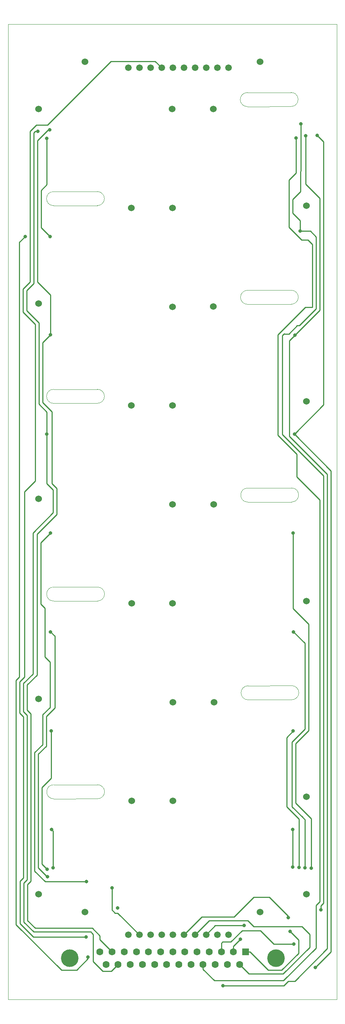
<source format=gbl>
G04 #@! TF.GenerationSoftware,KiCad,Pcbnew,(2017-12-12 revision 8e764f8)-master*
G04 #@! TF.CreationDate,2017-12-14T15:12:02-08:00*
G04 #@! TF.ProjectId,floor_pcb,666C6F6F725F7063622E6B696361645F,rev?*
G04 #@! TF.SameCoordinates,Original*
G04 #@! TF.FileFunction,Copper,L2,Bot,Signal*
G04 #@! TF.FilePolarity,Positive*
%FSLAX46Y46*%
G04 Gerber Fmt 4.6, Leading zero omitted, Abs format (unit mm)*
G04 Created by KiCad (PCBNEW (2017-12-12 revision 8e764f8)-master) date Thu Dec 14 15:12:02 2017*
%MOMM*%
%LPD*%
G01*
G04 APERTURE LIST*
%ADD10C,0.001000*%
%ADD11C,1.524000*%
%ADD12C,4.000000*%
%ADD13C,1.600000*%
%ADD14R,1.600000X1.600000*%
%ADD15C,1.500000*%
%ADD16C,0.800000*%
%ADD17C,0.250000*%
G04 APERTURE END LIST*
D10*
X142115153Y-70245379D02*
G75*
G02X142108633Y-67045385I-3260J1599997D01*
G01*
X152108612Y-67025010D02*
G75*
G02X152115132Y-70225004I3260J-1599997D01*
G01*
X142057908Y-25235283D02*
X152057887Y-25214907D01*
X142051388Y-22035289D02*
X152051367Y-22014914D01*
X142057908Y-25235283D02*
G75*
G02X142051388Y-22035289I-3260J1599997D01*
G01*
X87500000Y-228507200D02*
X87500000Y-6507200D01*
X162500000Y-228507200D02*
X87500000Y-228507200D01*
X162500000Y-6507200D02*
X162500000Y-228507200D01*
X87500000Y-6507200D02*
X162500000Y-6507200D01*
X107891787Y-182789837D02*
X97891788Y-182794898D01*
X107890167Y-179589837D02*
X97890169Y-179594898D01*
X107890167Y-179589837D02*
G75*
G02X107891787Y-182789837I810J-1600000D01*
G01*
X142172397Y-115255474D02*
G75*
G02X142165877Y-112055482I-3260J1599996D01*
G01*
X152165856Y-112035106D02*
G75*
G02X152172376Y-115235100I3260J-1599997D01*
G01*
X142115153Y-70245379D02*
X152115132Y-70225004D01*
X142108633Y-67045385D02*
X152108612Y-67025010D01*
X107848157Y-44572900D02*
X97848158Y-44577961D01*
X107848157Y-44572900D02*
G75*
G02X107849777Y-47772900I810J-1600000D01*
G01*
X97849778Y-47777961D02*
G75*
G02X97848158Y-44577961I-810J1600000D01*
G01*
X142229641Y-160265571D02*
X152229621Y-160245196D01*
X142223121Y-157065578D02*
X152223101Y-157045203D01*
X152051367Y-22014915D02*
G75*
G02X152057887Y-25214907I3260J-1599996D01*
G01*
X142229641Y-160265572D02*
G75*
G02X142223121Y-157065578I-3260J1599997D01*
G01*
X152223101Y-157045204D02*
G75*
G02X152229621Y-160245196I3260J-1599996D01*
G01*
X142172397Y-115255475D02*
X152172376Y-115235100D01*
X142165877Y-112055482D02*
X152165856Y-112035107D01*
X107863780Y-92778545D02*
X97863781Y-92783606D01*
X107862160Y-89578546D02*
X97862162Y-89583607D01*
X107862160Y-89578547D02*
G75*
G02X107863780Y-92778545I810J-1599999D01*
G01*
X97863782Y-92783607D02*
G75*
G02X97862162Y-89583607I-810J1600000D01*
G01*
X107849777Y-47772900D02*
X97849778Y-47777961D01*
X97891787Y-182794898D02*
G75*
G02X97890169Y-179594898I-809J1600000D01*
G01*
X107877783Y-137784191D02*
X97877785Y-137789252D01*
X107876164Y-134584192D02*
X97876165Y-134589253D01*
X107876165Y-134584191D02*
G75*
G02X107877783Y-137784191I809J-1600000D01*
G01*
X97877785Y-137789251D02*
G75*
G02X97876165Y-134589253I-810J1599999D01*
G01*
D11*
X125026007Y-138279492D03*
X125012003Y-93273846D03*
X125025489Y-115794393D03*
X125082733Y-160804489D03*
X124998000Y-48268200D03*
X124968244Y-70784296D03*
X125040010Y-183285137D03*
X124911000Y-25774200D03*
X94400001Y-114542700D03*
X94400001Y-160042701D03*
X94400001Y-204542700D03*
X155600001Y-47792701D03*
X155600001Y-92292700D03*
X155600001Y-137792701D03*
X155600001Y-182292700D03*
X155600001Y-204542700D03*
X94400000Y-25792200D03*
X94400000Y-70043200D03*
X105000000Y-208542700D03*
X145000000Y-208542700D03*
X105000000Y-15007200D03*
X145000000Y-15007200D03*
X115650519Y-138284330D03*
X115636515Y-93278684D03*
X134458203Y-160785479D03*
X115622512Y-48273038D03*
X134343714Y-70765287D03*
X134400959Y-115775383D03*
X115664522Y-183289976D03*
X134286470Y-25755190D03*
D12*
X101500000Y-219072501D03*
X148600000Y-219072501D03*
D13*
X109815000Y-220492501D03*
X112585000Y-220492501D03*
X115355000Y-220492501D03*
X118125000Y-220492501D03*
X120895000Y-220492501D03*
X123665000Y-220492501D03*
X126435000Y-220492501D03*
X129205000Y-220492501D03*
X131975000Y-220492501D03*
X134745000Y-220492501D03*
X137515000Y-220492501D03*
X140285000Y-220492501D03*
X108430000Y-217652501D03*
X111200000Y-217652501D03*
X113970000Y-217652501D03*
X116740000Y-217652501D03*
X119510000Y-217652501D03*
X122280000Y-217652501D03*
X125050000Y-217652501D03*
X127820000Y-217652501D03*
X130590000Y-217652501D03*
X133360000Y-217652501D03*
X136130000Y-217652501D03*
X138900000Y-217652501D03*
D14*
X141670000Y-217652501D03*
D15*
X114890000Y-16385800D03*
X117430000Y-16385800D03*
X119970000Y-16385800D03*
X122510000Y-16385800D03*
X125050000Y-16385800D03*
X127590000Y-16385800D03*
X130130000Y-16385800D03*
X132670000Y-16385800D03*
X135210000Y-16385800D03*
X137750000Y-16385800D03*
X137750000Y-213750000D03*
X135210000Y-213750000D03*
X132670000Y-213750000D03*
X130130000Y-213750000D03*
X127590000Y-213750000D03*
X125050000Y-213750000D03*
X122510000Y-213750000D03*
X119970000Y-213750000D03*
X117430000Y-213750000D03*
X114890000Y-213750000D03*
D16*
X157575496Y-221225496D03*
X152645016Y-215895016D03*
X152830000Y-99780000D03*
X158030000Y-31780000D03*
X136530000Y-225305000D03*
X152930000Y-77280000D03*
X155430000Y-31880000D03*
X154130000Y-53580000D03*
X154305000Y-29180000D03*
X158869040Y-208080000D03*
X153180000Y-32380000D03*
X94230000Y-30880000D03*
X96330000Y-99780000D03*
X97130000Y-77180000D03*
X96984504Y-30534504D03*
X105730000Y-218780000D03*
X91354970Y-54780000D03*
X97030000Y-54780000D03*
X96330000Y-32480000D03*
X105230000Y-214205000D03*
X112430000Y-207680000D03*
X105330000Y-201657104D03*
X97130000Y-122280000D03*
X96451809Y-200500579D03*
X111155000Y-203080000D03*
X97130000Y-144780000D03*
X96404175Y-198862638D03*
X97330000Y-167380000D03*
X97430000Y-189780000D03*
X97761210Y-198518456D03*
X152530000Y-122280000D03*
X156619039Y-198604314D03*
X140511997Y-214761997D03*
X141330000Y-211655000D03*
X152630000Y-144780000D03*
X155223964Y-198486959D03*
X152530000Y-167380000D03*
X153827786Y-198383554D03*
X151830000Y-213005000D03*
X151430000Y-209880000D03*
X152430000Y-189780000D03*
X152428708Y-198332698D03*
D17*
X161180030Y-108130030D02*
X161180030Y-217620962D01*
X161180030Y-217620962D02*
X157575496Y-221225496D01*
X152830000Y-99780000D02*
X161180030Y-108130030D01*
X140903002Y-212780000D02*
X138303002Y-215380000D01*
X152645016Y-215895016D02*
X148145016Y-215895016D01*
X148145016Y-215895016D02*
X145030000Y-212780000D01*
X136430000Y-215380000D02*
X136130000Y-215680000D01*
X145030000Y-212780000D02*
X140903002Y-212780000D01*
X138303002Y-215380000D02*
X136430000Y-215380000D01*
X136130000Y-215680000D02*
X136130000Y-217652501D01*
X158030000Y-31780000D02*
X159480010Y-33230010D01*
X159480010Y-33230010D02*
X159480010Y-93129990D01*
X159480010Y-93129990D02*
X152830000Y-99780000D01*
X150230000Y-225305000D02*
X136530000Y-225305000D01*
X151704999Y-100320001D02*
X160330020Y-108945022D01*
X160330020Y-108945022D02*
X160330020Y-216879980D01*
X150407095Y-225305000D02*
X150230000Y-225305000D01*
X152930000Y-77280000D02*
X151704999Y-78505001D01*
X151704999Y-78505001D02*
X151704999Y-100320001D01*
X160330020Y-216879980D02*
X152930000Y-224280000D01*
X152930000Y-224280000D02*
X151432094Y-224280000D01*
X151432094Y-224280000D02*
X150407094Y-225305000D01*
X150407094Y-225305000D02*
X150230000Y-225305000D01*
X158630000Y-71580000D02*
X152930000Y-77280000D01*
X158630000Y-46080000D02*
X158630000Y-71580000D01*
X155430000Y-42880000D02*
X158630000Y-46080000D01*
X155430000Y-31880000D02*
X155430000Y-42880000D01*
X150430000Y-76980000D02*
X150030000Y-77380000D01*
X150530000Y-76880000D02*
X150430000Y-76980000D01*
X153927906Y-75080000D02*
X153464998Y-75080000D01*
X153464998Y-75080000D02*
X151564998Y-76980000D01*
X151564998Y-76980000D02*
X150430000Y-76980000D01*
X157779990Y-71227916D02*
X153927906Y-75080000D01*
X157779990Y-54880000D02*
X157779990Y-71227916D01*
X156479990Y-53580000D02*
X157779990Y-54880000D01*
X154130000Y-53580000D02*
X156479990Y-53580000D01*
X154230000Y-39980010D02*
X154230000Y-44580000D01*
X154130000Y-51180000D02*
X154130000Y-53580000D01*
X154230000Y-44580000D02*
X152430000Y-46380000D01*
X154305000Y-29180000D02*
X154305000Y-39905010D01*
X152430000Y-49480000D02*
X154130000Y-51180000D01*
X154305000Y-39905010D02*
X154230000Y-39980010D01*
X152430000Y-46380000D02*
X152430000Y-49480000D01*
X158869040Y-207143054D02*
X158869040Y-208080000D01*
X150030000Y-77380000D02*
X150030000Y-99847096D01*
X150030000Y-99847096D02*
X159480010Y-109297107D01*
X159480010Y-206532084D02*
X158869040Y-207143054D01*
X159480010Y-109297107D02*
X159480010Y-206532084D01*
X156929980Y-56579980D02*
X156929980Y-70875832D01*
X149030000Y-77680000D02*
X149030000Y-100049191D01*
X155930000Y-55580000D02*
X156929980Y-56579980D01*
X154464998Y-55580000D02*
X155930000Y-55580000D01*
X151579990Y-41980020D02*
X151579990Y-52694992D01*
X153180000Y-40380010D02*
X151579990Y-41980020D01*
X149030000Y-77480000D02*
X149030000Y-77680000D01*
X149030000Y-77177905D02*
X149030000Y-77680000D01*
X156929980Y-70875832D02*
X155332073Y-70875832D01*
X153180000Y-32380000D02*
X153180000Y-40380010D01*
X155332073Y-70875832D02*
X149030000Y-77177905D01*
X151579990Y-52694992D02*
X154464998Y-55580000D01*
X153360809Y-104380000D02*
X153360809Y-109510809D01*
X153360809Y-109510809D02*
X158630000Y-114780000D01*
X149030000Y-100049191D02*
X153360809Y-104380000D01*
X131975000Y-221623871D02*
X134531129Y-224180000D01*
X158630000Y-206180000D02*
X158630000Y-114880000D01*
X157744040Y-216765960D02*
X157744040Y-207065960D01*
X157744040Y-207065960D02*
X158630000Y-206180000D01*
X134531129Y-224180000D02*
X150330000Y-224180000D01*
X150330000Y-224180000D02*
X157744040Y-216765960D01*
X131975000Y-220492501D02*
X131975000Y-221623871D01*
X90979990Y-162932084D02*
X91829960Y-163782054D01*
X93130000Y-122280000D02*
X93130000Y-154377906D01*
X90979990Y-156527915D02*
X90979990Y-162932084D01*
X93130000Y-154377906D02*
X90979990Y-156527915D01*
X97730000Y-117680001D02*
X93130000Y-122280000D01*
X97730000Y-112480000D02*
X97730000Y-117680001D01*
X96330000Y-111080000D02*
X97730000Y-112480000D01*
X91079990Y-210832085D02*
X93327904Y-213079999D01*
X96330000Y-99780000D02*
X96330000Y-111080000D01*
X106330000Y-213080000D02*
X106630000Y-213380000D01*
X91829960Y-201177946D02*
X91079990Y-201927915D01*
X106630000Y-213380000D02*
X106904999Y-213654999D01*
X91829960Y-163782054D02*
X91829960Y-201177946D01*
X91079990Y-201927915D02*
X91079990Y-210832085D01*
X93327904Y-213079999D02*
X106329999Y-213079999D01*
X106329999Y-213079999D02*
X106630000Y-213380000D01*
X94479990Y-74429990D02*
X94479990Y-92932085D01*
X91730000Y-71680000D02*
X94479990Y-74429990D01*
X106904999Y-213654999D02*
X106904999Y-215980000D01*
X106904999Y-215854999D02*
X106904999Y-215980000D01*
X106904999Y-215980000D02*
X106904999Y-219839502D01*
X106904999Y-219839502D02*
X109082999Y-222017502D01*
X109082999Y-222017502D02*
X111059999Y-222017502D01*
X111059999Y-222017502D02*
X111785001Y-221292500D01*
X111785001Y-221292500D02*
X112585000Y-220492501D01*
X93329980Y-65482075D02*
X91730000Y-67082055D01*
X93329980Y-31214335D02*
X93329980Y-65482075D01*
X93664315Y-30880000D02*
X93329980Y-31214335D01*
X94230000Y-30880000D02*
X93664315Y-30880000D01*
X94479990Y-92932085D02*
X96330000Y-94782095D01*
X91730000Y-67082055D02*
X91730000Y-71680000D01*
X96330000Y-94782095D02*
X96330000Y-99780000D01*
X106682085Y-212229990D02*
X93679990Y-212229990D01*
X93679990Y-212229990D02*
X91930000Y-210480000D01*
X91930000Y-202280000D02*
X91930000Y-210480000D01*
X92679970Y-201530030D02*
X91930000Y-202280000D01*
X91830000Y-162580000D02*
X92679970Y-163429970D01*
X92679970Y-163429970D02*
X92679970Y-201530030D01*
X91830000Y-156880000D02*
X91830000Y-162580000D01*
X94079990Y-154630010D02*
X91830000Y-156880000D01*
X98580010Y-118032085D02*
X94079990Y-122532105D01*
X94079990Y-122532105D02*
X94079990Y-154630010D01*
X95330000Y-92580001D02*
X95330000Y-78980000D01*
X98580010Y-118032085D02*
X98580010Y-112127915D01*
X97455001Y-94705001D02*
X95330000Y-92580001D01*
X95330000Y-78980000D02*
X97130000Y-77180000D01*
X97455001Y-111002907D02*
X97455001Y-94705001D01*
X98580010Y-112127915D02*
X97455001Y-111002907D01*
X108427499Y-214880000D02*
X108427499Y-213975405D01*
X111200000Y-217652501D02*
X108427499Y-214880000D01*
X108427499Y-213975405D02*
X106682085Y-212229990D01*
X97130000Y-68080000D02*
X97130000Y-77180000D01*
X94179990Y-65129990D02*
X97130000Y-68080000D01*
X96984504Y-30534504D02*
X96610494Y-30534504D01*
X96610494Y-30534504D02*
X94179990Y-32965008D01*
X94179990Y-32965008D02*
X94179990Y-65129990D01*
X103112498Y-221797502D02*
X105730000Y-219180000D01*
X105730000Y-219180000D02*
X105730000Y-218780000D01*
X89279970Y-155823745D02*
X89279970Y-211436254D01*
X99641218Y-221797502D02*
X103112498Y-221797502D01*
X89279970Y-211436254D02*
X99641218Y-221797502D01*
X90027904Y-155075811D02*
X90027904Y-155075813D01*
X90027904Y-155075813D02*
X89279970Y-155823745D01*
X91354970Y-54780000D02*
X90027904Y-56107066D01*
X90027904Y-56107066D02*
X90027904Y-155075811D01*
X95030000Y-44280000D02*
X95030000Y-52780000D01*
X95030000Y-52780000D02*
X97030000Y-54780000D01*
X96330000Y-42980000D02*
X95030000Y-44280000D01*
X96330000Y-32480000D02*
X96330000Y-42980000D01*
X90879990Y-72032085D02*
X93629980Y-74782075D01*
X90879990Y-66729970D02*
X90879990Y-72032085D01*
X92479970Y-65129991D02*
X90879990Y-66729970D01*
X93932717Y-29409503D02*
X92479970Y-30862250D01*
X93629980Y-110480020D02*
X91230000Y-112880000D01*
X93250810Y-214205000D02*
X104664315Y-214205000D01*
X92479970Y-30862250D02*
X92479970Y-65129991D01*
X122510000Y-16385800D02*
X121034999Y-14910799D01*
X90229980Y-201575830D02*
X90229980Y-211184170D01*
X93629980Y-74782075D02*
X93629980Y-110480020D01*
X96444503Y-29409503D02*
X93932717Y-29409503D01*
X121034999Y-14910799D02*
X110943207Y-14910799D01*
X90229980Y-211184170D02*
X93250810Y-214205000D01*
X110943207Y-14910799D02*
X96444503Y-29409503D01*
X91230000Y-112880000D02*
X91230000Y-155075813D01*
X91230000Y-155075813D02*
X90129980Y-156175830D01*
X90129980Y-156175830D02*
X90129980Y-163284169D01*
X90129980Y-163284169D02*
X90979950Y-164134139D01*
X104664315Y-214205000D02*
X105230000Y-214205000D01*
X90979950Y-164134139D02*
X90979950Y-200825861D01*
X90979950Y-200825861D02*
X90229980Y-201575830D01*
X93529980Y-172277925D02*
X93529980Y-199243752D01*
X93529980Y-199243752D02*
X95943332Y-201657104D01*
X95943332Y-201657104D02*
X105330000Y-201657104D01*
X95354989Y-163652916D02*
X95354989Y-170452917D01*
X95354989Y-170452917D02*
X93529980Y-172277925D01*
X97030000Y-161580000D02*
X97030000Y-161977906D01*
X97030000Y-161977906D02*
X95354989Y-163652916D01*
X94930000Y-138480000D02*
X94930000Y-124480000D01*
X94930000Y-124480000D02*
X97130000Y-122280000D01*
X95830000Y-139380000D02*
X94930000Y-138480000D01*
X95830000Y-150480000D02*
X95830000Y-139380000D01*
X97030000Y-161580000D02*
X97030000Y-151680000D01*
X97030000Y-151680000D02*
X95830000Y-150480000D01*
X94379990Y-198040548D02*
X94379990Y-198503455D01*
X94379990Y-198503455D02*
X96377114Y-200500579D01*
X96377114Y-200500579D02*
X96451809Y-200500579D01*
X111889999Y-208805001D02*
X111155000Y-208070002D01*
X111155000Y-208070002D02*
X111155000Y-203080000D01*
X112485001Y-208805001D02*
X111889999Y-208805001D01*
X117430000Y-213750000D02*
X112485001Y-208805001D01*
X94379990Y-198040548D02*
X94379990Y-172630010D01*
X98130000Y-145780000D02*
X97130000Y-144780000D01*
X94379990Y-172630010D02*
X96204999Y-170805001D01*
X96204999Y-170805001D02*
X96204999Y-164005001D01*
X96204999Y-164005001D02*
X98130000Y-162080000D01*
X98130000Y-162080000D02*
X98130000Y-145780000D01*
X96404175Y-198862638D02*
X95230000Y-197688463D01*
X95230000Y-197688463D02*
X95230000Y-180180000D01*
X95230000Y-180180000D02*
X97330000Y-178080000D01*
X97330000Y-178080000D02*
X97330000Y-167380000D01*
X97761210Y-198518456D02*
X97761210Y-190111210D01*
X97761210Y-190111210D02*
X97430000Y-189780000D01*
X156080010Y-143030010D02*
X152530000Y-139480000D01*
X152530000Y-139480000D02*
X152530000Y-122280000D01*
X153080010Y-183780000D02*
X153080010Y-170232084D01*
X156080010Y-167232085D02*
X156080010Y-143030010D01*
X153080010Y-170232084D02*
X156080010Y-167232085D01*
X156619039Y-187319029D02*
X153080010Y-183780000D01*
X156619039Y-198604314D02*
X156619039Y-187319029D01*
X140511997Y-214761997D02*
X138900000Y-216373994D01*
X138900000Y-216373994D02*
X138900000Y-217652501D01*
X132670000Y-213750000D02*
X134765000Y-211655000D01*
X134765000Y-211655000D02*
X141330000Y-211655000D01*
X155230000Y-166880000D02*
X155230000Y-147380000D01*
X155230000Y-147380000D02*
X152630000Y-144780000D01*
X152230000Y-169880000D02*
X155230000Y-166880000D01*
X154677794Y-187025700D02*
X152230000Y-184577906D01*
X152230000Y-184577906D02*
X152230000Y-169880000D01*
X155223964Y-198486959D02*
X155223964Y-187571870D01*
X155223964Y-187571870D02*
X154677794Y-187025700D01*
X130130000Y-213750000D02*
X133350001Y-210529999D01*
X133350001Y-210529999D02*
X142179999Y-210529999D01*
X142179999Y-210529999D02*
X143530000Y-211880000D01*
X143530000Y-211880000D02*
X154530000Y-211880000D01*
X141084999Y-221292500D02*
X140285000Y-220492501D01*
X154530000Y-211880000D02*
X156330000Y-213680000D01*
X156330000Y-213680000D02*
X156330000Y-216577597D01*
X156330000Y-216577597D02*
X150260086Y-222647512D01*
X150260086Y-222647512D02*
X142440011Y-222647512D01*
X142440011Y-222647512D02*
X141084999Y-221292500D01*
X151030000Y-168880000D02*
X152530000Y-167380000D01*
X151030000Y-184580000D02*
X151030000Y-168880000D01*
X153827786Y-187377786D02*
X151030000Y-184580000D01*
X153827786Y-198383554D02*
X153827786Y-187377786D01*
X149908001Y-221797502D02*
X153770017Y-217935486D01*
X146865001Y-221797502D02*
X149908001Y-221797502D01*
X142720000Y-217652501D02*
X146865001Y-221797502D01*
X141670000Y-217652501D02*
X142720000Y-217652501D01*
X153770017Y-217935486D02*
X153770017Y-214945017D01*
X153770017Y-214945017D02*
X151830000Y-213005000D01*
X147130000Y-205180000D02*
X151430000Y-209480000D01*
X151430000Y-209480000D02*
X151430000Y-209880000D01*
X143530000Y-205180000D02*
X147130000Y-205180000D01*
X139030011Y-209679989D02*
X143530000Y-205180000D01*
X127590000Y-213750000D02*
X131660011Y-209679989D01*
X131660011Y-209679989D02*
X139030011Y-209679989D01*
X152428708Y-198332698D02*
X152428708Y-189781292D01*
X152428708Y-189781292D02*
X152430000Y-189780000D01*
M02*

</source>
